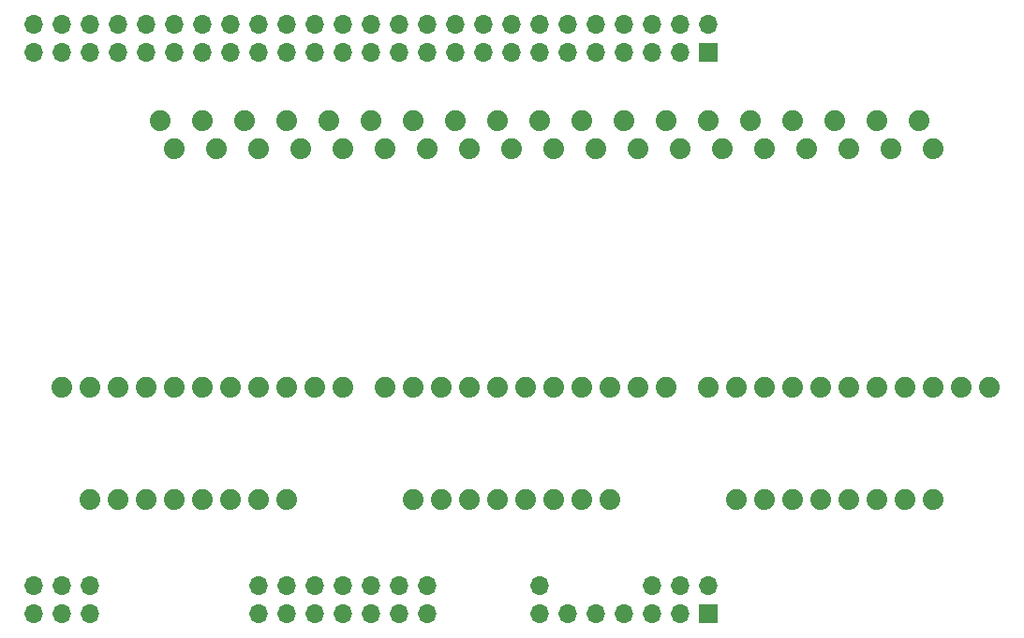
<source format=gbr>
%TF.GenerationSoftware,KiCad,Pcbnew,7.0.9*%
%TF.CreationDate,2024-01-15T11:44:11+01:00*%
%TF.ProjectId,pltka_inz,706c746b-615f-4696-9e7a-2e6b69636164,rev?*%
%TF.SameCoordinates,Original*%
%TF.FileFunction,Soldermask,Bot*%
%TF.FilePolarity,Negative*%
%FSLAX46Y46*%
G04 Gerber Fmt 4.6, Leading zero omitted, Abs format (unit mm)*
G04 Created by KiCad (PCBNEW 7.0.9) date 2024-01-15 11:44:11*
%MOMM*%
%LPD*%
G01*
G04 APERTURE LIST*
%ADD10C,1.879600*%
%ADD11R,1.700000X1.700000*%
%ADD12O,1.700000X1.700000*%
G04 APERTURE END LIST*
D10*
%TO.C,M2*%
X125730000Y-98881250D03*
X128270000Y-98881250D03*
X130810000Y-98881250D03*
X133350000Y-98881250D03*
X135890000Y-98881250D03*
X138430000Y-98881250D03*
X140970000Y-98881250D03*
X143510000Y-98881250D03*
X146050000Y-98881250D03*
X148590000Y-98881250D03*
X151130000Y-98881250D03*
X128270000Y-109041250D03*
X130810000Y-109041250D03*
X133350000Y-109041250D03*
X135890000Y-109041250D03*
X138430000Y-109041250D03*
X140970000Y-109041250D03*
X143510000Y-109041250D03*
X146050000Y-109041250D03*
%TD*%
%TO.C,M1*%
X154940000Y-98881250D03*
X157480000Y-98881250D03*
X160020000Y-98881250D03*
X162560000Y-98881250D03*
X165100000Y-98881250D03*
X167640000Y-98881250D03*
X170180000Y-98881250D03*
X172720000Y-98881250D03*
X175260000Y-98881250D03*
X177800000Y-98881250D03*
X180340000Y-98881250D03*
X157480000Y-109041250D03*
X160020000Y-109041250D03*
X162560000Y-109041250D03*
X165100000Y-109041250D03*
X167640000Y-109041250D03*
X170180000Y-109041250D03*
X172720000Y-109041250D03*
X175260000Y-109041250D03*
%TD*%
%TO.C,J1*%
X105410000Y-74751250D03*
X109220000Y-74751250D03*
X113030000Y-74751250D03*
X116840000Y-74751250D03*
X120650000Y-74751250D03*
X124460000Y-74751250D03*
X128270000Y-74751250D03*
X132080000Y-74751250D03*
X135890000Y-74751250D03*
X139700000Y-74751250D03*
X143510000Y-74751250D03*
X147320000Y-74751250D03*
X151130000Y-74751250D03*
X154940000Y-74751250D03*
X158750000Y-74751250D03*
X162560000Y-74751250D03*
X166370000Y-74751250D03*
X170180000Y-74751250D03*
X173990000Y-74751250D03*
%TD*%
D11*
%TO.C,J4*%
X154940000Y-119380000D03*
D12*
X154940000Y-116840000D03*
X152400000Y-119380000D03*
X152400000Y-116840000D03*
X149860000Y-119380000D03*
X149860000Y-116840000D03*
X147320000Y-119380000D03*
X144780000Y-119380000D03*
X142240000Y-119380000D03*
X139700000Y-119380000D03*
X139700000Y-116840000D03*
X129540000Y-119380000D03*
X129540000Y-116840000D03*
X127000000Y-119380000D03*
X127000000Y-116840000D03*
X124460000Y-119380000D03*
X124460000Y-116840000D03*
X121920000Y-119380000D03*
X121920000Y-116840000D03*
X119380000Y-119380000D03*
X119380000Y-116840000D03*
X116840000Y-119380000D03*
X116840000Y-116840000D03*
X114300000Y-119380000D03*
X114300000Y-116840000D03*
X99060000Y-119380000D03*
X99060000Y-116840000D03*
X96520000Y-119380000D03*
X96520000Y-116840000D03*
X93980000Y-119380000D03*
X93980000Y-116840000D03*
%TD*%
D10*
%TO.C,J2*%
X106680000Y-77291250D03*
X110490000Y-77291250D03*
X114300000Y-77291250D03*
X118110000Y-77291250D03*
X121920000Y-77291250D03*
X125730000Y-77291250D03*
X129540000Y-77291250D03*
X133350000Y-77291250D03*
X137160000Y-77291250D03*
X140970000Y-77291250D03*
X144780000Y-77291250D03*
X148590000Y-77291250D03*
X152400000Y-77291250D03*
X156210000Y-77291250D03*
X160020000Y-77291250D03*
X163830000Y-77291250D03*
X167640000Y-77291250D03*
X171450000Y-77291250D03*
X175260000Y-77291250D03*
%TD*%
D11*
%TO.C,J3*%
X154940000Y-68580000D03*
D12*
X154940000Y-66040000D03*
X152400000Y-68580000D03*
X152400000Y-66040000D03*
X149860000Y-68580000D03*
X149860000Y-66040000D03*
X147320000Y-68580000D03*
X147320000Y-66040000D03*
X144780000Y-68580000D03*
X144780000Y-66040000D03*
X142240000Y-68580000D03*
X142240000Y-66040000D03*
X139700000Y-68580000D03*
X139700000Y-66040000D03*
X137160000Y-68580000D03*
X137160000Y-66040000D03*
X134620000Y-68580000D03*
X134620000Y-66040000D03*
X132080000Y-68580000D03*
X132080000Y-66040000D03*
X129540000Y-68580000D03*
X129540000Y-66040000D03*
X127000000Y-68580000D03*
X127000000Y-66040000D03*
X124460000Y-68580000D03*
X124460000Y-66040000D03*
X121920000Y-68580000D03*
X121920000Y-66040000D03*
X119380000Y-68580000D03*
X119380000Y-66040000D03*
X116840000Y-68580000D03*
X116840000Y-66040000D03*
X114300000Y-68580000D03*
X114300000Y-66040000D03*
X111760000Y-68580000D03*
X111760000Y-66040000D03*
X109220000Y-68580000D03*
X109220000Y-66040000D03*
X106680000Y-68580000D03*
X106680000Y-66040000D03*
X104140000Y-68580000D03*
X104140000Y-66040000D03*
X101600000Y-68580000D03*
X101600000Y-66040000D03*
X99060000Y-68580000D03*
X99060000Y-66040000D03*
X96520000Y-68580000D03*
X96520000Y-66040000D03*
X93980000Y-68580000D03*
X93980000Y-66040000D03*
%TD*%
D10*
%TO.C,M3*%
X96520000Y-98881250D03*
X99060000Y-98881250D03*
X101600000Y-98881250D03*
X104140000Y-98881250D03*
X106680000Y-98881250D03*
X109220000Y-98881250D03*
X111760000Y-98881250D03*
X114300000Y-98881250D03*
X116840000Y-98881250D03*
X119380000Y-98881250D03*
X121920000Y-98881250D03*
X99060000Y-109041250D03*
X101600000Y-109041250D03*
X104140000Y-109041250D03*
X106680000Y-109041250D03*
X109220000Y-109041250D03*
X111760000Y-109041250D03*
X114300000Y-109041250D03*
X116840000Y-109041250D03*
%TD*%
M02*

</source>
